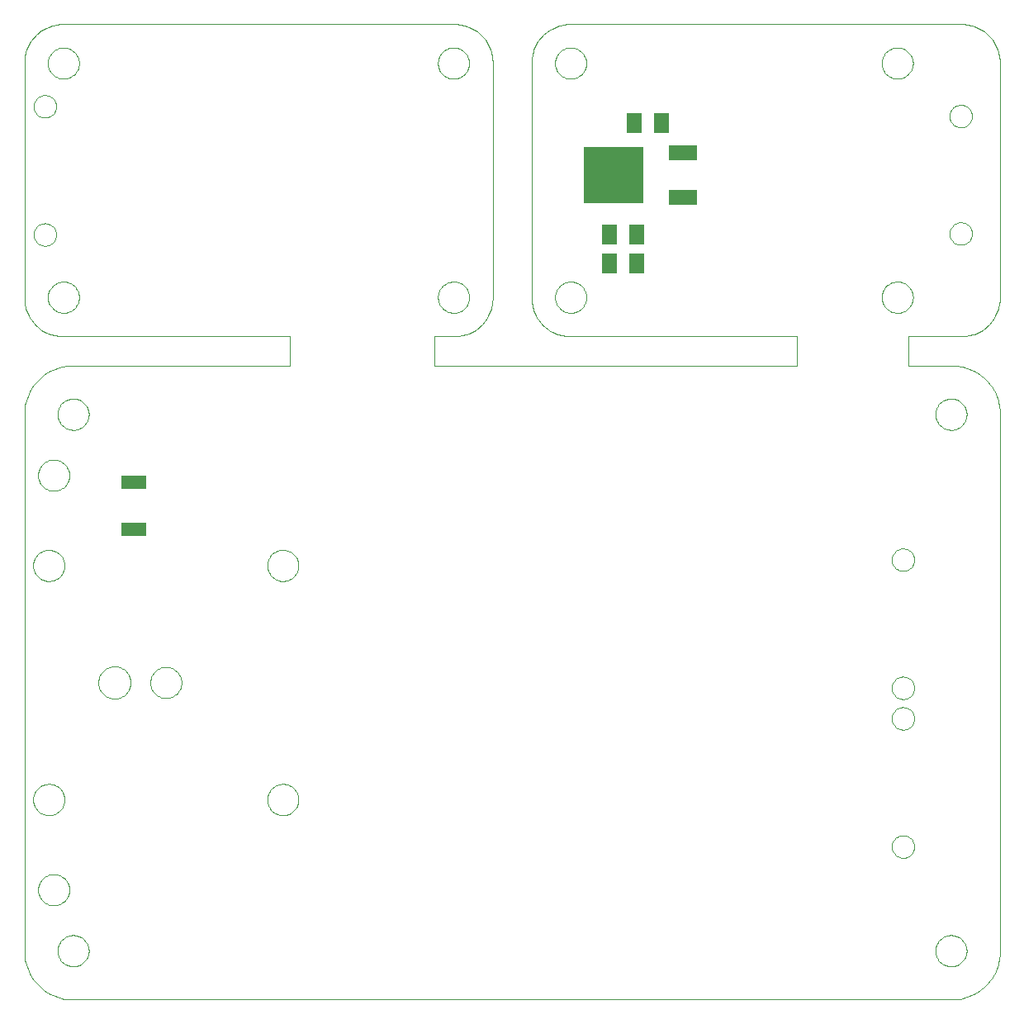
<source format=gbp>
G75*
G70*
%OFA0B0*%
%FSLAX24Y24*%
%IPPOS*%
%LPD*%
%AMOC8*
5,1,8,0,0,1.08239X$1,22.5*
%
%ADD10C,0.0004*%
%ADD11C,0.0000*%
%ADD12R,0.1024X0.0571*%
%ADD13R,0.2441X0.2283*%
%ADD14R,0.1181X0.0630*%
%ADD15R,0.0630X0.0787*%
D10*
X003610Y005453D02*
X003610Y027107D01*
X003611Y027201D01*
X003616Y027295D01*
X003625Y027389D01*
X003639Y027482D01*
X003658Y027575D01*
X003681Y027666D01*
X003709Y027756D01*
X003741Y027845D01*
X003777Y027932D01*
X003817Y028017D01*
X003862Y028100D01*
X003910Y028181D01*
X003963Y028259D01*
X004019Y028335D01*
X004079Y028407D01*
X004142Y028477D01*
X004209Y028544D01*
X004279Y028607D01*
X004351Y028667D01*
X004427Y028723D01*
X004505Y028776D01*
X004586Y028824D01*
X004669Y028869D01*
X004754Y028909D01*
X004841Y028945D01*
X004930Y028977D01*
X005020Y029005D01*
X005111Y029028D01*
X005204Y029047D01*
X005297Y029061D01*
X005391Y029070D01*
X005485Y029075D01*
X005579Y029076D01*
X005579Y029075D02*
X014319Y029075D01*
X014319Y030256D01*
X005185Y030256D01*
X005107Y030257D01*
X005030Y030261D01*
X004952Y030269D01*
X004876Y030281D01*
X004800Y030297D01*
X004724Y030317D01*
X004650Y030340D01*
X004577Y030367D01*
X004506Y030398D01*
X004436Y030433D01*
X004368Y030470D01*
X004302Y030512D01*
X004239Y030556D01*
X004177Y030604D01*
X004118Y030654D01*
X004062Y030708D01*
X004008Y030764D01*
X003958Y030823D01*
X003910Y030885D01*
X003866Y030948D01*
X003824Y031014D01*
X003787Y031082D01*
X003752Y031152D01*
X003721Y031223D01*
X003694Y031296D01*
X003671Y031370D01*
X003651Y031446D01*
X003635Y031522D01*
X003623Y031598D01*
X003615Y031676D01*
X003611Y031753D01*
X003610Y031831D01*
X003610Y041280D01*
X003611Y041358D01*
X003615Y041435D01*
X003623Y041513D01*
X003635Y041589D01*
X003651Y041665D01*
X003671Y041741D01*
X003694Y041815D01*
X003721Y041888D01*
X003752Y041959D01*
X003787Y042029D01*
X003824Y042097D01*
X003866Y042163D01*
X003910Y042226D01*
X003958Y042288D01*
X004008Y042347D01*
X004062Y042403D01*
X004118Y042457D01*
X004177Y042507D01*
X004239Y042555D01*
X004302Y042599D01*
X004368Y042641D01*
X004436Y042678D01*
X004506Y042713D01*
X004577Y042744D01*
X004650Y042771D01*
X004724Y042794D01*
X004800Y042814D01*
X004876Y042830D01*
X004952Y042842D01*
X005030Y042850D01*
X005107Y042854D01*
X005185Y042855D01*
X020933Y042855D01*
X021011Y042854D01*
X021088Y042850D01*
X021166Y042842D01*
X021242Y042830D01*
X021318Y042814D01*
X021394Y042794D01*
X021468Y042771D01*
X021541Y042744D01*
X021612Y042713D01*
X021682Y042678D01*
X021750Y042641D01*
X021816Y042599D01*
X021879Y042555D01*
X021941Y042507D01*
X022000Y042457D01*
X022056Y042403D01*
X022110Y042347D01*
X022160Y042288D01*
X022208Y042226D01*
X022252Y042163D01*
X022294Y042097D01*
X022331Y042029D01*
X022366Y041959D01*
X022397Y041888D01*
X022424Y041815D01*
X022447Y041741D01*
X022467Y041665D01*
X022483Y041589D01*
X022495Y041513D01*
X022503Y041435D01*
X022507Y041358D01*
X022508Y041280D01*
X022508Y031831D01*
X022507Y031753D01*
X022503Y031676D01*
X022495Y031598D01*
X022483Y031522D01*
X022467Y031446D01*
X022447Y031370D01*
X022424Y031296D01*
X022397Y031223D01*
X022366Y031152D01*
X022331Y031082D01*
X022294Y031014D01*
X022252Y030948D01*
X022208Y030885D01*
X022160Y030823D01*
X022110Y030764D01*
X022056Y030708D01*
X022000Y030654D01*
X021941Y030604D01*
X021879Y030556D01*
X021816Y030512D01*
X021750Y030470D01*
X021682Y030433D01*
X021612Y030398D01*
X021541Y030367D01*
X021468Y030340D01*
X021394Y030317D01*
X021318Y030297D01*
X021242Y030281D01*
X021166Y030269D01*
X021088Y030261D01*
X021011Y030257D01*
X020933Y030256D01*
X020146Y030256D01*
X020146Y029075D01*
X034791Y029075D01*
X034791Y030256D01*
X025657Y030256D01*
X025579Y030257D01*
X025502Y030261D01*
X025424Y030269D01*
X025348Y030281D01*
X025272Y030297D01*
X025196Y030317D01*
X025122Y030340D01*
X025049Y030367D01*
X024978Y030398D01*
X024908Y030433D01*
X024840Y030470D01*
X024774Y030512D01*
X024711Y030556D01*
X024649Y030604D01*
X024590Y030654D01*
X024534Y030708D01*
X024480Y030764D01*
X024430Y030823D01*
X024382Y030885D01*
X024338Y030948D01*
X024296Y031014D01*
X024259Y031082D01*
X024224Y031152D01*
X024193Y031223D01*
X024166Y031296D01*
X024143Y031370D01*
X024123Y031446D01*
X024107Y031522D01*
X024095Y031598D01*
X024087Y031676D01*
X024083Y031753D01*
X024082Y031831D01*
X024083Y031831D02*
X024083Y041280D01*
X024082Y041280D02*
X024083Y041358D01*
X024087Y041435D01*
X024095Y041513D01*
X024107Y041589D01*
X024123Y041665D01*
X024143Y041741D01*
X024166Y041815D01*
X024193Y041888D01*
X024224Y041959D01*
X024259Y042029D01*
X024296Y042097D01*
X024338Y042163D01*
X024382Y042226D01*
X024430Y042288D01*
X024480Y042347D01*
X024534Y042403D01*
X024590Y042457D01*
X024649Y042507D01*
X024711Y042555D01*
X024774Y042599D01*
X024840Y042641D01*
X024908Y042678D01*
X024978Y042713D01*
X025049Y042744D01*
X025122Y042771D01*
X025196Y042794D01*
X025272Y042814D01*
X025348Y042830D01*
X025424Y042842D01*
X025502Y042850D01*
X025579Y042854D01*
X025657Y042855D01*
X041406Y042855D01*
X041484Y042854D01*
X041561Y042850D01*
X041639Y042842D01*
X041715Y042830D01*
X041791Y042814D01*
X041867Y042794D01*
X041941Y042771D01*
X042014Y042744D01*
X042085Y042713D01*
X042155Y042678D01*
X042223Y042641D01*
X042289Y042599D01*
X042352Y042555D01*
X042414Y042507D01*
X042473Y042457D01*
X042529Y042403D01*
X042583Y042347D01*
X042633Y042288D01*
X042681Y042226D01*
X042725Y042163D01*
X042767Y042097D01*
X042804Y042029D01*
X042839Y041959D01*
X042870Y041888D01*
X042897Y041815D01*
X042920Y041741D01*
X042940Y041665D01*
X042956Y041589D01*
X042968Y041513D01*
X042976Y041435D01*
X042980Y041358D01*
X042981Y041280D01*
X042980Y041280D02*
X042980Y031831D01*
X042981Y031831D02*
X042980Y031753D01*
X042976Y031676D01*
X042968Y031598D01*
X042956Y031522D01*
X042940Y031446D01*
X042920Y031370D01*
X042897Y031296D01*
X042870Y031223D01*
X042839Y031152D01*
X042804Y031082D01*
X042767Y031014D01*
X042725Y030948D01*
X042681Y030885D01*
X042633Y030823D01*
X042583Y030764D01*
X042529Y030708D01*
X042473Y030654D01*
X042414Y030604D01*
X042352Y030556D01*
X042289Y030512D01*
X042223Y030470D01*
X042155Y030433D01*
X042085Y030398D01*
X042014Y030367D01*
X041941Y030340D01*
X041867Y030317D01*
X041791Y030297D01*
X041715Y030281D01*
X041639Y030269D01*
X041561Y030261D01*
X041484Y030257D01*
X041406Y030256D01*
X039280Y030256D01*
X039280Y029075D01*
X041012Y029075D01*
X041012Y029076D02*
X041106Y029075D01*
X041200Y029070D01*
X041294Y029061D01*
X041387Y029047D01*
X041480Y029028D01*
X041571Y029005D01*
X041661Y028977D01*
X041750Y028945D01*
X041837Y028909D01*
X041922Y028869D01*
X042005Y028824D01*
X042086Y028776D01*
X042164Y028723D01*
X042240Y028667D01*
X042312Y028607D01*
X042382Y028544D01*
X042449Y028477D01*
X042512Y028407D01*
X042572Y028335D01*
X042628Y028259D01*
X042681Y028181D01*
X042729Y028100D01*
X042774Y028017D01*
X042814Y027932D01*
X042850Y027845D01*
X042882Y027756D01*
X042910Y027666D01*
X042933Y027575D01*
X042952Y027482D01*
X042966Y027389D01*
X042975Y027295D01*
X042980Y027201D01*
X042981Y027107D01*
X042980Y027107D02*
X042980Y005453D01*
X042981Y005453D02*
X042980Y005359D01*
X042975Y005265D01*
X042966Y005171D01*
X042952Y005078D01*
X042933Y004985D01*
X042910Y004894D01*
X042882Y004804D01*
X042850Y004715D01*
X042814Y004628D01*
X042774Y004543D01*
X042729Y004460D01*
X042681Y004379D01*
X042628Y004301D01*
X042572Y004225D01*
X042512Y004153D01*
X042449Y004083D01*
X042382Y004016D01*
X042312Y003953D01*
X042240Y003893D01*
X042164Y003837D01*
X042086Y003784D01*
X042005Y003736D01*
X041922Y003691D01*
X041837Y003651D01*
X041750Y003615D01*
X041661Y003583D01*
X041571Y003555D01*
X041480Y003532D01*
X041387Y003513D01*
X041294Y003499D01*
X041200Y003490D01*
X041106Y003485D01*
X041012Y003484D01*
X041012Y003485D02*
X005579Y003485D01*
X005579Y003484D02*
X005485Y003485D01*
X005391Y003490D01*
X005297Y003499D01*
X005204Y003513D01*
X005111Y003532D01*
X005020Y003555D01*
X004930Y003583D01*
X004841Y003615D01*
X004754Y003651D01*
X004669Y003691D01*
X004586Y003736D01*
X004505Y003784D01*
X004427Y003837D01*
X004351Y003893D01*
X004279Y003953D01*
X004209Y004016D01*
X004142Y004083D01*
X004079Y004153D01*
X004019Y004225D01*
X003963Y004301D01*
X003910Y004379D01*
X003862Y004460D01*
X003817Y004543D01*
X003777Y004628D01*
X003741Y004715D01*
X003709Y004804D01*
X003681Y004894D01*
X003658Y004985D01*
X003639Y005078D01*
X003625Y005171D01*
X003616Y005265D01*
X003611Y005359D01*
X003610Y005453D01*
D11*
X004949Y005453D02*
X004951Y005503D01*
X004957Y005553D01*
X004967Y005602D01*
X004981Y005650D01*
X004998Y005697D01*
X005019Y005742D01*
X005044Y005786D01*
X005072Y005827D01*
X005104Y005866D01*
X005138Y005903D01*
X005175Y005937D01*
X005215Y005967D01*
X005257Y005994D01*
X005301Y006018D01*
X005347Y006039D01*
X005394Y006055D01*
X005442Y006068D01*
X005492Y006077D01*
X005541Y006082D01*
X005592Y006083D01*
X005642Y006080D01*
X005691Y006073D01*
X005740Y006062D01*
X005788Y006047D01*
X005834Y006029D01*
X005879Y006007D01*
X005922Y005981D01*
X005963Y005952D01*
X006002Y005920D01*
X006038Y005885D01*
X006070Y005847D01*
X006100Y005807D01*
X006127Y005764D01*
X006150Y005720D01*
X006169Y005674D01*
X006185Y005626D01*
X006197Y005577D01*
X006205Y005528D01*
X006209Y005478D01*
X006209Y005428D01*
X006205Y005378D01*
X006197Y005329D01*
X006185Y005280D01*
X006169Y005232D01*
X006150Y005186D01*
X006127Y005142D01*
X006100Y005099D01*
X006070Y005059D01*
X006038Y005021D01*
X006002Y004986D01*
X005963Y004954D01*
X005922Y004925D01*
X005879Y004899D01*
X005834Y004877D01*
X005788Y004859D01*
X005740Y004844D01*
X005691Y004833D01*
X005642Y004826D01*
X005592Y004823D01*
X005541Y004824D01*
X005492Y004829D01*
X005442Y004838D01*
X005394Y004851D01*
X005347Y004867D01*
X005301Y004888D01*
X005257Y004912D01*
X005215Y004939D01*
X005175Y004969D01*
X005138Y005003D01*
X005104Y005040D01*
X005072Y005079D01*
X005044Y005120D01*
X005019Y005164D01*
X004998Y005209D01*
X004981Y005256D01*
X004967Y005304D01*
X004957Y005353D01*
X004951Y005403D01*
X004949Y005453D01*
X004161Y007914D02*
X004163Y007964D01*
X004169Y008014D01*
X004179Y008063D01*
X004193Y008111D01*
X004210Y008158D01*
X004231Y008203D01*
X004256Y008247D01*
X004284Y008288D01*
X004316Y008327D01*
X004350Y008364D01*
X004387Y008398D01*
X004427Y008428D01*
X004469Y008455D01*
X004513Y008479D01*
X004559Y008500D01*
X004606Y008516D01*
X004654Y008529D01*
X004704Y008538D01*
X004753Y008543D01*
X004804Y008544D01*
X004854Y008541D01*
X004903Y008534D01*
X004952Y008523D01*
X005000Y008508D01*
X005046Y008490D01*
X005091Y008468D01*
X005134Y008442D01*
X005175Y008413D01*
X005214Y008381D01*
X005250Y008346D01*
X005282Y008308D01*
X005312Y008268D01*
X005339Y008225D01*
X005362Y008181D01*
X005381Y008135D01*
X005397Y008087D01*
X005409Y008038D01*
X005417Y007989D01*
X005421Y007939D01*
X005421Y007889D01*
X005417Y007839D01*
X005409Y007790D01*
X005397Y007741D01*
X005381Y007693D01*
X005362Y007647D01*
X005339Y007603D01*
X005312Y007560D01*
X005282Y007520D01*
X005250Y007482D01*
X005214Y007447D01*
X005175Y007415D01*
X005134Y007386D01*
X005091Y007360D01*
X005046Y007338D01*
X005000Y007320D01*
X004952Y007305D01*
X004903Y007294D01*
X004854Y007287D01*
X004804Y007284D01*
X004753Y007285D01*
X004704Y007290D01*
X004654Y007299D01*
X004606Y007312D01*
X004559Y007328D01*
X004513Y007349D01*
X004469Y007373D01*
X004427Y007400D01*
X004387Y007430D01*
X004350Y007464D01*
X004316Y007501D01*
X004284Y007540D01*
X004256Y007581D01*
X004231Y007625D01*
X004210Y007670D01*
X004193Y007717D01*
X004179Y007765D01*
X004169Y007814D01*
X004163Y007864D01*
X004161Y007914D01*
X003964Y011555D02*
X003966Y011605D01*
X003972Y011655D01*
X003982Y011704D01*
X003996Y011752D01*
X004013Y011799D01*
X004034Y011844D01*
X004059Y011888D01*
X004087Y011929D01*
X004119Y011968D01*
X004153Y012005D01*
X004190Y012039D01*
X004230Y012069D01*
X004272Y012096D01*
X004316Y012120D01*
X004362Y012141D01*
X004409Y012157D01*
X004457Y012170D01*
X004507Y012179D01*
X004556Y012184D01*
X004607Y012185D01*
X004657Y012182D01*
X004706Y012175D01*
X004755Y012164D01*
X004803Y012149D01*
X004849Y012131D01*
X004894Y012109D01*
X004937Y012083D01*
X004978Y012054D01*
X005017Y012022D01*
X005053Y011987D01*
X005085Y011949D01*
X005115Y011909D01*
X005142Y011866D01*
X005165Y011822D01*
X005184Y011776D01*
X005200Y011728D01*
X005212Y011679D01*
X005220Y011630D01*
X005224Y011580D01*
X005224Y011530D01*
X005220Y011480D01*
X005212Y011431D01*
X005200Y011382D01*
X005184Y011334D01*
X005165Y011288D01*
X005142Y011244D01*
X005115Y011201D01*
X005085Y011161D01*
X005053Y011123D01*
X005017Y011088D01*
X004978Y011056D01*
X004937Y011027D01*
X004894Y011001D01*
X004849Y010979D01*
X004803Y010961D01*
X004755Y010946D01*
X004706Y010935D01*
X004657Y010928D01*
X004607Y010925D01*
X004556Y010926D01*
X004507Y010931D01*
X004457Y010940D01*
X004409Y010953D01*
X004362Y010969D01*
X004316Y010990D01*
X004272Y011014D01*
X004230Y011041D01*
X004190Y011071D01*
X004153Y011105D01*
X004119Y011142D01*
X004087Y011181D01*
X004059Y011222D01*
X004034Y011266D01*
X004013Y011311D01*
X003996Y011358D01*
X003982Y011406D01*
X003972Y011455D01*
X003966Y011505D01*
X003964Y011555D01*
X006592Y016280D02*
X006594Y016330D01*
X006600Y016380D01*
X006610Y016430D01*
X006623Y016478D01*
X006640Y016526D01*
X006661Y016572D01*
X006685Y016616D01*
X006713Y016658D01*
X006744Y016698D01*
X006778Y016735D01*
X006815Y016770D01*
X006854Y016801D01*
X006895Y016830D01*
X006939Y016855D01*
X006985Y016877D01*
X007032Y016895D01*
X007080Y016909D01*
X007129Y016920D01*
X007179Y016927D01*
X007229Y016930D01*
X007280Y016929D01*
X007330Y016924D01*
X007380Y016915D01*
X007428Y016903D01*
X007476Y016886D01*
X007522Y016866D01*
X007567Y016843D01*
X007610Y016816D01*
X007650Y016786D01*
X007688Y016753D01*
X007723Y016717D01*
X007756Y016678D01*
X007785Y016637D01*
X007811Y016594D01*
X007834Y016549D01*
X007853Y016502D01*
X007868Y016454D01*
X007880Y016405D01*
X007888Y016355D01*
X007892Y016305D01*
X007892Y016255D01*
X007888Y016205D01*
X007880Y016155D01*
X007868Y016106D01*
X007853Y016058D01*
X007834Y016011D01*
X007811Y015966D01*
X007785Y015923D01*
X007756Y015882D01*
X007723Y015843D01*
X007688Y015807D01*
X007650Y015774D01*
X007610Y015744D01*
X007567Y015717D01*
X007522Y015694D01*
X007476Y015674D01*
X007428Y015657D01*
X007380Y015645D01*
X007330Y015636D01*
X007280Y015631D01*
X007229Y015630D01*
X007179Y015633D01*
X007129Y015640D01*
X007080Y015651D01*
X007032Y015665D01*
X006985Y015683D01*
X006939Y015705D01*
X006895Y015730D01*
X006854Y015759D01*
X006815Y015790D01*
X006778Y015825D01*
X006744Y015862D01*
X006713Y015902D01*
X006685Y015944D01*
X006661Y015988D01*
X006640Y016034D01*
X006623Y016082D01*
X006610Y016130D01*
X006600Y016180D01*
X006594Y016230D01*
X006592Y016280D01*
X008689Y016280D02*
X008691Y016330D01*
X008697Y016380D01*
X008707Y016429D01*
X008721Y016477D01*
X008738Y016524D01*
X008759Y016569D01*
X008784Y016613D01*
X008812Y016654D01*
X008844Y016693D01*
X008878Y016730D01*
X008915Y016764D01*
X008955Y016794D01*
X008997Y016821D01*
X009041Y016845D01*
X009087Y016866D01*
X009134Y016882D01*
X009182Y016895D01*
X009232Y016904D01*
X009281Y016909D01*
X009332Y016910D01*
X009382Y016907D01*
X009431Y016900D01*
X009480Y016889D01*
X009528Y016874D01*
X009574Y016856D01*
X009619Y016834D01*
X009662Y016808D01*
X009703Y016779D01*
X009742Y016747D01*
X009778Y016712D01*
X009810Y016674D01*
X009840Y016634D01*
X009867Y016591D01*
X009890Y016547D01*
X009909Y016501D01*
X009925Y016453D01*
X009937Y016404D01*
X009945Y016355D01*
X009949Y016305D01*
X009949Y016255D01*
X009945Y016205D01*
X009937Y016156D01*
X009925Y016107D01*
X009909Y016059D01*
X009890Y016013D01*
X009867Y015969D01*
X009840Y015926D01*
X009810Y015886D01*
X009778Y015848D01*
X009742Y015813D01*
X009703Y015781D01*
X009662Y015752D01*
X009619Y015726D01*
X009574Y015704D01*
X009528Y015686D01*
X009480Y015671D01*
X009431Y015660D01*
X009382Y015653D01*
X009332Y015650D01*
X009281Y015651D01*
X009232Y015656D01*
X009182Y015665D01*
X009134Y015678D01*
X009087Y015694D01*
X009041Y015715D01*
X008997Y015739D01*
X008955Y015766D01*
X008915Y015796D01*
X008878Y015830D01*
X008844Y015867D01*
X008812Y015906D01*
X008784Y015947D01*
X008759Y015991D01*
X008738Y016036D01*
X008721Y016083D01*
X008707Y016131D01*
X008697Y016180D01*
X008691Y016230D01*
X008689Y016280D01*
X003964Y021004D02*
X003966Y021054D01*
X003972Y021104D01*
X003982Y021153D01*
X003996Y021201D01*
X004013Y021248D01*
X004034Y021293D01*
X004059Y021337D01*
X004087Y021378D01*
X004119Y021417D01*
X004153Y021454D01*
X004190Y021488D01*
X004230Y021518D01*
X004272Y021545D01*
X004316Y021569D01*
X004362Y021590D01*
X004409Y021606D01*
X004457Y021619D01*
X004507Y021628D01*
X004556Y021633D01*
X004607Y021634D01*
X004657Y021631D01*
X004706Y021624D01*
X004755Y021613D01*
X004803Y021598D01*
X004849Y021580D01*
X004894Y021558D01*
X004937Y021532D01*
X004978Y021503D01*
X005017Y021471D01*
X005053Y021436D01*
X005085Y021398D01*
X005115Y021358D01*
X005142Y021315D01*
X005165Y021271D01*
X005184Y021225D01*
X005200Y021177D01*
X005212Y021128D01*
X005220Y021079D01*
X005224Y021029D01*
X005224Y020979D01*
X005220Y020929D01*
X005212Y020880D01*
X005200Y020831D01*
X005184Y020783D01*
X005165Y020737D01*
X005142Y020693D01*
X005115Y020650D01*
X005085Y020610D01*
X005053Y020572D01*
X005017Y020537D01*
X004978Y020505D01*
X004937Y020476D01*
X004894Y020450D01*
X004849Y020428D01*
X004803Y020410D01*
X004755Y020395D01*
X004706Y020384D01*
X004657Y020377D01*
X004607Y020374D01*
X004556Y020375D01*
X004507Y020380D01*
X004457Y020389D01*
X004409Y020402D01*
X004362Y020418D01*
X004316Y020439D01*
X004272Y020463D01*
X004230Y020490D01*
X004190Y020520D01*
X004153Y020554D01*
X004119Y020591D01*
X004087Y020630D01*
X004059Y020671D01*
X004034Y020715D01*
X004013Y020760D01*
X003996Y020807D01*
X003982Y020855D01*
X003972Y020904D01*
X003966Y020954D01*
X003964Y021004D01*
X004161Y024646D02*
X004163Y024696D01*
X004169Y024746D01*
X004179Y024795D01*
X004193Y024843D01*
X004210Y024890D01*
X004231Y024935D01*
X004256Y024979D01*
X004284Y025020D01*
X004316Y025059D01*
X004350Y025096D01*
X004387Y025130D01*
X004427Y025160D01*
X004469Y025187D01*
X004513Y025211D01*
X004559Y025232D01*
X004606Y025248D01*
X004654Y025261D01*
X004704Y025270D01*
X004753Y025275D01*
X004804Y025276D01*
X004854Y025273D01*
X004903Y025266D01*
X004952Y025255D01*
X005000Y025240D01*
X005046Y025222D01*
X005091Y025200D01*
X005134Y025174D01*
X005175Y025145D01*
X005214Y025113D01*
X005250Y025078D01*
X005282Y025040D01*
X005312Y025000D01*
X005339Y024957D01*
X005362Y024913D01*
X005381Y024867D01*
X005397Y024819D01*
X005409Y024770D01*
X005417Y024721D01*
X005421Y024671D01*
X005421Y024621D01*
X005417Y024571D01*
X005409Y024522D01*
X005397Y024473D01*
X005381Y024425D01*
X005362Y024379D01*
X005339Y024335D01*
X005312Y024292D01*
X005282Y024252D01*
X005250Y024214D01*
X005214Y024179D01*
X005175Y024147D01*
X005134Y024118D01*
X005091Y024092D01*
X005046Y024070D01*
X005000Y024052D01*
X004952Y024037D01*
X004903Y024026D01*
X004854Y024019D01*
X004804Y024016D01*
X004753Y024017D01*
X004704Y024022D01*
X004654Y024031D01*
X004606Y024044D01*
X004559Y024060D01*
X004513Y024081D01*
X004469Y024105D01*
X004427Y024132D01*
X004387Y024162D01*
X004350Y024196D01*
X004316Y024233D01*
X004284Y024272D01*
X004256Y024313D01*
X004231Y024357D01*
X004210Y024402D01*
X004193Y024449D01*
X004179Y024497D01*
X004169Y024546D01*
X004163Y024596D01*
X004161Y024646D01*
X004949Y027107D02*
X004951Y027157D01*
X004957Y027207D01*
X004967Y027256D01*
X004981Y027304D01*
X004998Y027351D01*
X005019Y027396D01*
X005044Y027440D01*
X005072Y027481D01*
X005104Y027520D01*
X005138Y027557D01*
X005175Y027591D01*
X005215Y027621D01*
X005257Y027648D01*
X005301Y027672D01*
X005347Y027693D01*
X005394Y027709D01*
X005442Y027722D01*
X005492Y027731D01*
X005541Y027736D01*
X005592Y027737D01*
X005642Y027734D01*
X005691Y027727D01*
X005740Y027716D01*
X005788Y027701D01*
X005834Y027683D01*
X005879Y027661D01*
X005922Y027635D01*
X005963Y027606D01*
X006002Y027574D01*
X006038Y027539D01*
X006070Y027501D01*
X006100Y027461D01*
X006127Y027418D01*
X006150Y027374D01*
X006169Y027328D01*
X006185Y027280D01*
X006197Y027231D01*
X006205Y027182D01*
X006209Y027132D01*
X006209Y027082D01*
X006205Y027032D01*
X006197Y026983D01*
X006185Y026934D01*
X006169Y026886D01*
X006150Y026840D01*
X006127Y026796D01*
X006100Y026753D01*
X006070Y026713D01*
X006038Y026675D01*
X006002Y026640D01*
X005963Y026608D01*
X005922Y026579D01*
X005879Y026553D01*
X005834Y026531D01*
X005788Y026513D01*
X005740Y026498D01*
X005691Y026487D01*
X005642Y026480D01*
X005592Y026477D01*
X005541Y026478D01*
X005492Y026483D01*
X005442Y026492D01*
X005394Y026505D01*
X005347Y026521D01*
X005301Y026542D01*
X005257Y026566D01*
X005215Y026593D01*
X005175Y026623D01*
X005138Y026657D01*
X005104Y026694D01*
X005072Y026733D01*
X005044Y026774D01*
X005019Y026818D01*
X004998Y026863D01*
X004981Y026910D01*
X004967Y026958D01*
X004957Y027007D01*
X004951Y027057D01*
X004949Y027107D01*
X004555Y031831D02*
X004557Y031881D01*
X004563Y031931D01*
X004573Y031980D01*
X004587Y032028D01*
X004604Y032075D01*
X004625Y032120D01*
X004650Y032164D01*
X004678Y032205D01*
X004710Y032244D01*
X004744Y032281D01*
X004781Y032315D01*
X004821Y032345D01*
X004863Y032372D01*
X004907Y032396D01*
X004953Y032417D01*
X005000Y032433D01*
X005048Y032446D01*
X005098Y032455D01*
X005147Y032460D01*
X005198Y032461D01*
X005248Y032458D01*
X005297Y032451D01*
X005346Y032440D01*
X005394Y032425D01*
X005440Y032407D01*
X005485Y032385D01*
X005528Y032359D01*
X005569Y032330D01*
X005608Y032298D01*
X005644Y032263D01*
X005676Y032225D01*
X005706Y032185D01*
X005733Y032142D01*
X005756Y032098D01*
X005775Y032052D01*
X005791Y032004D01*
X005803Y031955D01*
X005811Y031906D01*
X005815Y031856D01*
X005815Y031806D01*
X005811Y031756D01*
X005803Y031707D01*
X005791Y031658D01*
X005775Y031610D01*
X005756Y031564D01*
X005733Y031520D01*
X005706Y031477D01*
X005676Y031437D01*
X005644Y031399D01*
X005608Y031364D01*
X005569Y031332D01*
X005528Y031303D01*
X005485Y031277D01*
X005440Y031255D01*
X005394Y031237D01*
X005346Y031222D01*
X005297Y031211D01*
X005248Y031204D01*
X005198Y031201D01*
X005147Y031202D01*
X005098Y031207D01*
X005048Y031216D01*
X005000Y031229D01*
X004953Y031245D01*
X004907Y031266D01*
X004863Y031290D01*
X004821Y031317D01*
X004781Y031347D01*
X004744Y031381D01*
X004710Y031418D01*
X004678Y031457D01*
X004650Y031498D01*
X004625Y031542D01*
X004604Y031587D01*
X004587Y031634D01*
X004573Y031682D01*
X004563Y031731D01*
X004557Y031781D01*
X004555Y031831D01*
X003984Y034362D02*
X003986Y034404D01*
X003992Y034446D01*
X004002Y034488D01*
X004015Y034528D01*
X004033Y034567D01*
X004054Y034604D01*
X004078Y034638D01*
X004106Y034671D01*
X004136Y034701D01*
X004169Y034727D01*
X004204Y034751D01*
X004242Y034771D01*
X004281Y034787D01*
X004321Y034800D01*
X004363Y034809D01*
X004405Y034814D01*
X004448Y034815D01*
X004490Y034812D01*
X004532Y034805D01*
X004573Y034794D01*
X004613Y034779D01*
X004651Y034761D01*
X004688Y034739D01*
X004722Y034714D01*
X004754Y034686D01*
X004782Y034655D01*
X004808Y034621D01*
X004831Y034585D01*
X004850Y034548D01*
X004866Y034508D01*
X004878Y034467D01*
X004886Y034426D01*
X004890Y034383D01*
X004890Y034341D01*
X004886Y034298D01*
X004878Y034257D01*
X004866Y034216D01*
X004850Y034176D01*
X004831Y034139D01*
X004808Y034103D01*
X004782Y034069D01*
X004754Y034038D01*
X004722Y034010D01*
X004688Y033985D01*
X004651Y033963D01*
X004613Y033945D01*
X004573Y033930D01*
X004532Y033919D01*
X004490Y033912D01*
X004448Y033909D01*
X004405Y033910D01*
X004363Y033915D01*
X004321Y033924D01*
X004281Y033937D01*
X004242Y033953D01*
X004204Y033973D01*
X004169Y033997D01*
X004136Y034023D01*
X004106Y034053D01*
X004078Y034086D01*
X004054Y034120D01*
X004033Y034157D01*
X004015Y034196D01*
X004002Y034236D01*
X003992Y034278D01*
X003986Y034320D01*
X003984Y034362D01*
X003984Y039536D02*
X003986Y039578D01*
X003992Y039620D01*
X004002Y039662D01*
X004015Y039702D01*
X004033Y039741D01*
X004054Y039778D01*
X004078Y039812D01*
X004106Y039845D01*
X004136Y039875D01*
X004169Y039901D01*
X004204Y039925D01*
X004242Y039945D01*
X004281Y039961D01*
X004321Y039974D01*
X004363Y039983D01*
X004405Y039988D01*
X004448Y039989D01*
X004490Y039986D01*
X004532Y039979D01*
X004573Y039968D01*
X004613Y039953D01*
X004651Y039935D01*
X004688Y039913D01*
X004722Y039888D01*
X004754Y039860D01*
X004782Y039829D01*
X004808Y039795D01*
X004831Y039759D01*
X004850Y039722D01*
X004866Y039682D01*
X004878Y039641D01*
X004886Y039600D01*
X004890Y039557D01*
X004890Y039515D01*
X004886Y039472D01*
X004878Y039431D01*
X004866Y039390D01*
X004850Y039350D01*
X004831Y039313D01*
X004808Y039277D01*
X004782Y039243D01*
X004754Y039212D01*
X004722Y039184D01*
X004688Y039159D01*
X004651Y039137D01*
X004613Y039119D01*
X004573Y039104D01*
X004532Y039093D01*
X004490Y039086D01*
X004448Y039083D01*
X004405Y039084D01*
X004363Y039089D01*
X004321Y039098D01*
X004281Y039111D01*
X004242Y039127D01*
X004204Y039147D01*
X004169Y039171D01*
X004136Y039197D01*
X004106Y039227D01*
X004078Y039260D01*
X004054Y039294D01*
X004033Y039331D01*
X004015Y039370D01*
X004002Y039410D01*
X003992Y039452D01*
X003986Y039494D01*
X003984Y039536D01*
X004555Y041280D02*
X004557Y041330D01*
X004563Y041380D01*
X004573Y041429D01*
X004587Y041477D01*
X004604Y041524D01*
X004625Y041569D01*
X004650Y041613D01*
X004678Y041654D01*
X004710Y041693D01*
X004744Y041730D01*
X004781Y041764D01*
X004821Y041794D01*
X004863Y041821D01*
X004907Y041845D01*
X004953Y041866D01*
X005000Y041882D01*
X005048Y041895D01*
X005098Y041904D01*
X005147Y041909D01*
X005198Y041910D01*
X005248Y041907D01*
X005297Y041900D01*
X005346Y041889D01*
X005394Y041874D01*
X005440Y041856D01*
X005485Y041834D01*
X005528Y041808D01*
X005569Y041779D01*
X005608Y041747D01*
X005644Y041712D01*
X005676Y041674D01*
X005706Y041634D01*
X005733Y041591D01*
X005756Y041547D01*
X005775Y041501D01*
X005791Y041453D01*
X005803Y041404D01*
X005811Y041355D01*
X005815Y041305D01*
X005815Y041255D01*
X005811Y041205D01*
X005803Y041156D01*
X005791Y041107D01*
X005775Y041059D01*
X005756Y041013D01*
X005733Y040969D01*
X005706Y040926D01*
X005676Y040886D01*
X005644Y040848D01*
X005608Y040813D01*
X005569Y040781D01*
X005528Y040752D01*
X005485Y040726D01*
X005440Y040704D01*
X005394Y040686D01*
X005346Y040671D01*
X005297Y040660D01*
X005248Y040653D01*
X005198Y040650D01*
X005147Y040651D01*
X005098Y040656D01*
X005048Y040665D01*
X005000Y040678D01*
X004953Y040694D01*
X004907Y040715D01*
X004863Y040739D01*
X004821Y040766D01*
X004781Y040796D01*
X004744Y040830D01*
X004710Y040867D01*
X004678Y040906D01*
X004650Y040947D01*
X004625Y040991D01*
X004604Y041036D01*
X004587Y041083D01*
X004573Y041131D01*
X004563Y041180D01*
X004557Y041230D01*
X004555Y041280D01*
X020303Y041280D02*
X020305Y041330D01*
X020311Y041380D01*
X020321Y041429D01*
X020335Y041477D01*
X020352Y041524D01*
X020373Y041569D01*
X020398Y041613D01*
X020426Y041654D01*
X020458Y041693D01*
X020492Y041730D01*
X020529Y041764D01*
X020569Y041794D01*
X020611Y041821D01*
X020655Y041845D01*
X020701Y041866D01*
X020748Y041882D01*
X020796Y041895D01*
X020846Y041904D01*
X020895Y041909D01*
X020946Y041910D01*
X020996Y041907D01*
X021045Y041900D01*
X021094Y041889D01*
X021142Y041874D01*
X021188Y041856D01*
X021233Y041834D01*
X021276Y041808D01*
X021317Y041779D01*
X021356Y041747D01*
X021392Y041712D01*
X021424Y041674D01*
X021454Y041634D01*
X021481Y041591D01*
X021504Y041547D01*
X021523Y041501D01*
X021539Y041453D01*
X021551Y041404D01*
X021559Y041355D01*
X021563Y041305D01*
X021563Y041255D01*
X021559Y041205D01*
X021551Y041156D01*
X021539Y041107D01*
X021523Y041059D01*
X021504Y041013D01*
X021481Y040969D01*
X021454Y040926D01*
X021424Y040886D01*
X021392Y040848D01*
X021356Y040813D01*
X021317Y040781D01*
X021276Y040752D01*
X021233Y040726D01*
X021188Y040704D01*
X021142Y040686D01*
X021094Y040671D01*
X021045Y040660D01*
X020996Y040653D01*
X020946Y040650D01*
X020895Y040651D01*
X020846Y040656D01*
X020796Y040665D01*
X020748Y040678D01*
X020701Y040694D01*
X020655Y040715D01*
X020611Y040739D01*
X020569Y040766D01*
X020529Y040796D01*
X020492Y040830D01*
X020458Y040867D01*
X020426Y040906D01*
X020398Y040947D01*
X020373Y040991D01*
X020352Y041036D01*
X020335Y041083D01*
X020321Y041131D01*
X020311Y041180D01*
X020305Y041230D01*
X020303Y041280D01*
X025027Y041280D02*
X025029Y041330D01*
X025035Y041380D01*
X025045Y041429D01*
X025059Y041477D01*
X025076Y041524D01*
X025097Y041569D01*
X025122Y041613D01*
X025150Y041654D01*
X025182Y041693D01*
X025216Y041730D01*
X025253Y041764D01*
X025293Y041794D01*
X025335Y041821D01*
X025379Y041845D01*
X025425Y041866D01*
X025472Y041882D01*
X025520Y041895D01*
X025570Y041904D01*
X025619Y041909D01*
X025670Y041910D01*
X025720Y041907D01*
X025769Y041900D01*
X025818Y041889D01*
X025866Y041874D01*
X025912Y041856D01*
X025957Y041834D01*
X026000Y041808D01*
X026041Y041779D01*
X026080Y041747D01*
X026116Y041712D01*
X026148Y041674D01*
X026178Y041634D01*
X026205Y041591D01*
X026228Y041547D01*
X026247Y041501D01*
X026263Y041453D01*
X026275Y041404D01*
X026283Y041355D01*
X026287Y041305D01*
X026287Y041255D01*
X026283Y041205D01*
X026275Y041156D01*
X026263Y041107D01*
X026247Y041059D01*
X026228Y041013D01*
X026205Y040969D01*
X026178Y040926D01*
X026148Y040886D01*
X026116Y040848D01*
X026080Y040813D01*
X026041Y040781D01*
X026000Y040752D01*
X025957Y040726D01*
X025912Y040704D01*
X025866Y040686D01*
X025818Y040671D01*
X025769Y040660D01*
X025720Y040653D01*
X025670Y040650D01*
X025619Y040651D01*
X025570Y040656D01*
X025520Y040665D01*
X025472Y040678D01*
X025425Y040694D01*
X025379Y040715D01*
X025335Y040739D01*
X025293Y040766D01*
X025253Y040796D01*
X025216Y040830D01*
X025182Y040867D01*
X025150Y040906D01*
X025122Y040947D01*
X025097Y040991D01*
X025076Y041036D01*
X025059Y041083D01*
X025045Y041131D01*
X025035Y041180D01*
X025029Y041230D01*
X025027Y041280D01*
X025027Y031831D02*
X025029Y031881D01*
X025035Y031931D01*
X025045Y031980D01*
X025059Y032028D01*
X025076Y032075D01*
X025097Y032120D01*
X025122Y032164D01*
X025150Y032205D01*
X025182Y032244D01*
X025216Y032281D01*
X025253Y032315D01*
X025293Y032345D01*
X025335Y032372D01*
X025379Y032396D01*
X025425Y032417D01*
X025472Y032433D01*
X025520Y032446D01*
X025570Y032455D01*
X025619Y032460D01*
X025670Y032461D01*
X025720Y032458D01*
X025769Y032451D01*
X025818Y032440D01*
X025866Y032425D01*
X025912Y032407D01*
X025957Y032385D01*
X026000Y032359D01*
X026041Y032330D01*
X026080Y032298D01*
X026116Y032263D01*
X026148Y032225D01*
X026178Y032185D01*
X026205Y032142D01*
X026228Y032098D01*
X026247Y032052D01*
X026263Y032004D01*
X026275Y031955D01*
X026283Y031906D01*
X026287Y031856D01*
X026287Y031806D01*
X026283Y031756D01*
X026275Y031707D01*
X026263Y031658D01*
X026247Y031610D01*
X026228Y031564D01*
X026205Y031520D01*
X026178Y031477D01*
X026148Y031437D01*
X026116Y031399D01*
X026080Y031364D01*
X026041Y031332D01*
X026000Y031303D01*
X025957Y031277D01*
X025912Y031255D01*
X025866Y031237D01*
X025818Y031222D01*
X025769Y031211D01*
X025720Y031204D01*
X025670Y031201D01*
X025619Y031202D01*
X025570Y031207D01*
X025520Y031216D01*
X025472Y031229D01*
X025425Y031245D01*
X025379Y031266D01*
X025335Y031290D01*
X025293Y031317D01*
X025253Y031347D01*
X025216Y031381D01*
X025182Y031418D01*
X025150Y031457D01*
X025122Y031498D01*
X025097Y031542D01*
X025076Y031587D01*
X025059Y031634D01*
X025045Y031682D01*
X025035Y031731D01*
X025029Y031781D01*
X025027Y031831D01*
X020303Y031831D02*
X020305Y031881D01*
X020311Y031931D01*
X020321Y031980D01*
X020335Y032028D01*
X020352Y032075D01*
X020373Y032120D01*
X020398Y032164D01*
X020426Y032205D01*
X020458Y032244D01*
X020492Y032281D01*
X020529Y032315D01*
X020569Y032345D01*
X020611Y032372D01*
X020655Y032396D01*
X020701Y032417D01*
X020748Y032433D01*
X020796Y032446D01*
X020846Y032455D01*
X020895Y032460D01*
X020946Y032461D01*
X020996Y032458D01*
X021045Y032451D01*
X021094Y032440D01*
X021142Y032425D01*
X021188Y032407D01*
X021233Y032385D01*
X021276Y032359D01*
X021317Y032330D01*
X021356Y032298D01*
X021392Y032263D01*
X021424Y032225D01*
X021454Y032185D01*
X021481Y032142D01*
X021504Y032098D01*
X021523Y032052D01*
X021539Y032004D01*
X021551Y031955D01*
X021559Y031906D01*
X021563Y031856D01*
X021563Y031806D01*
X021559Y031756D01*
X021551Y031707D01*
X021539Y031658D01*
X021523Y031610D01*
X021504Y031564D01*
X021481Y031520D01*
X021454Y031477D01*
X021424Y031437D01*
X021392Y031399D01*
X021356Y031364D01*
X021317Y031332D01*
X021276Y031303D01*
X021233Y031277D01*
X021188Y031255D01*
X021142Y031237D01*
X021094Y031222D01*
X021045Y031211D01*
X020996Y031204D01*
X020946Y031201D01*
X020895Y031202D01*
X020846Y031207D01*
X020796Y031216D01*
X020748Y031229D01*
X020701Y031245D01*
X020655Y031266D01*
X020611Y031290D01*
X020569Y031317D01*
X020529Y031347D01*
X020492Y031381D01*
X020458Y031418D01*
X020426Y031457D01*
X020398Y031498D01*
X020373Y031542D01*
X020352Y031587D01*
X020335Y031634D01*
X020321Y031682D01*
X020311Y031731D01*
X020305Y031781D01*
X020303Y031831D01*
X013413Y021004D02*
X013415Y021054D01*
X013421Y021104D01*
X013431Y021153D01*
X013445Y021201D01*
X013462Y021248D01*
X013483Y021293D01*
X013508Y021337D01*
X013536Y021378D01*
X013568Y021417D01*
X013602Y021454D01*
X013639Y021488D01*
X013679Y021518D01*
X013721Y021545D01*
X013765Y021569D01*
X013811Y021590D01*
X013858Y021606D01*
X013906Y021619D01*
X013956Y021628D01*
X014005Y021633D01*
X014056Y021634D01*
X014106Y021631D01*
X014155Y021624D01*
X014204Y021613D01*
X014252Y021598D01*
X014298Y021580D01*
X014343Y021558D01*
X014386Y021532D01*
X014427Y021503D01*
X014466Y021471D01*
X014502Y021436D01*
X014534Y021398D01*
X014564Y021358D01*
X014591Y021315D01*
X014614Y021271D01*
X014633Y021225D01*
X014649Y021177D01*
X014661Y021128D01*
X014669Y021079D01*
X014673Y021029D01*
X014673Y020979D01*
X014669Y020929D01*
X014661Y020880D01*
X014649Y020831D01*
X014633Y020783D01*
X014614Y020737D01*
X014591Y020693D01*
X014564Y020650D01*
X014534Y020610D01*
X014502Y020572D01*
X014466Y020537D01*
X014427Y020505D01*
X014386Y020476D01*
X014343Y020450D01*
X014298Y020428D01*
X014252Y020410D01*
X014204Y020395D01*
X014155Y020384D01*
X014106Y020377D01*
X014056Y020374D01*
X014005Y020375D01*
X013956Y020380D01*
X013906Y020389D01*
X013858Y020402D01*
X013811Y020418D01*
X013765Y020439D01*
X013721Y020463D01*
X013679Y020490D01*
X013639Y020520D01*
X013602Y020554D01*
X013568Y020591D01*
X013536Y020630D01*
X013508Y020671D01*
X013483Y020715D01*
X013462Y020760D01*
X013445Y020807D01*
X013431Y020855D01*
X013421Y020904D01*
X013415Y020954D01*
X013413Y021004D01*
X013413Y011555D02*
X013415Y011605D01*
X013421Y011655D01*
X013431Y011704D01*
X013445Y011752D01*
X013462Y011799D01*
X013483Y011844D01*
X013508Y011888D01*
X013536Y011929D01*
X013568Y011968D01*
X013602Y012005D01*
X013639Y012039D01*
X013679Y012069D01*
X013721Y012096D01*
X013765Y012120D01*
X013811Y012141D01*
X013858Y012157D01*
X013906Y012170D01*
X013956Y012179D01*
X014005Y012184D01*
X014056Y012185D01*
X014106Y012182D01*
X014155Y012175D01*
X014204Y012164D01*
X014252Y012149D01*
X014298Y012131D01*
X014343Y012109D01*
X014386Y012083D01*
X014427Y012054D01*
X014466Y012022D01*
X014502Y011987D01*
X014534Y011949D01*
X014564Y011909D01*
X014591Y011866D01*
X014614Y011822D01*
X014633Y011776D01*
X014649Y011728D01*
X014661Y011679D01*
X014669Y011630D01*
X014673Y011580D01*
X014673Y011530D01*
X014669Y011480D01*
X014661Y011431D01*
X014649Y011382D01*
X014633Y011334D01*
X014614Y011288D01*
X014591Y011244D01*
X014564Y011201D01*
X014534Y011161D01*
X014502Y011123D01*
X014466Y011088D01*
X014427Y011056D01*
X014386Y011027D01*
X014343Y011001D01*
X014298Y010979D01*
X014252Y010961D01*
X014204Y010946D01*
X014155Y010935D01*
X014106Y010928D01*
X014056Y010925D01*
X014005Y010926D01*
X013956Y010931D01*
X013906Y010940D01*
X013858Y010953D01*
X013811Y010969D01*
X013765Y010990D01*
X013721Y011014D01*
X013679Y011041D01*
X013639Y011071D01*
X013602Y011105D01*
X013568Y011142D01*
X013536Y011181D01*
X013508Y011222D01*
X013483Y011266D01*
X013462Y011311D01*
X013445Y011358D01*
X013431Y011406D01*
X013421Y011455D01*
X013415Y011505D01*
X013413Y011555D01*
X038620Y009657D02*
X038622Y009699D01*
X038628Y009741D01*
X038638Y009783D01*
X038651Y009823D01*
X038669Y009862D01*
X038690Y009899D01*
X038714Y009933D01*
X038742Y009966D01*
X038772Y009996D01*
X038805Y010022D01*
X038840Y010046D01*
X038878Y010066D01*
X038917Y010082D01*
X038957Y010095D01*
X038999Y010104D01*
X039041Y010109D01*
X039084Y010110D01*
X039126Y010107D01*
X039168Y010100D01*
X039209Y010089D01*
X039249Y010074D01*
X039287Y010056D01*
X039324Y010034D01*
X039358Y010009D01*
X039390Y009981D01*
X039418Y009950D01*
X039444Y009916D01*
X039467Y009880D01*
X039486Y009843D01*
X039502Y009803D01*
X039514Y009762D01*
X039522Y009721D01*
X039526Y009678D01*
X039526Y009636D01*
X039522Y009593D01*
X039514Y009552D01*
X039502Y009511D01*
X039486Y009471D01*
X039467Y009434D01*
X039444Y009398D01*
X039418Y009364D01*
X039390Y009333D01*
X039358Y009305D01*
X039324Y009280D01*
X039287Y009258D01*
X039249Y009240D01*
X039209Y009225D01*
X039168Y009214D01*
X039126Y009207D01*
X039084Y009204D01*
X039041Y009205D01*
X038999Y009210D01*
X038957Y009219D01*
X038917Y009232D01*
X038878Y009248D01*
X038840Y009268D01*
X038805Y009292D01*
X038772Y009318D01*
X038742Y009348D01*
X038714Y009381D01*
X038690Y009415D01*
X038669Y009452D01*
X038651Y009491D01*
X038638Y009531D01*
X038628Y009573D01*
X038622Y009615D01*
X038620Y009657D01*
X040382Y005453D02*
X040384Y005503D01*
X040390Y005553D01*
X040400Y005602D01*
X040414Y005650D01*
X040431Y005697D01*
X040452Y005742D01*
X040477Y005786D01*
X040505Y005827D01*
X040537Y005866D01*
X040571Y005903D01*
X040608Y005937D01*
X040648Y005967D01*
X040690Y005994D01*
X040734Y006018D01*
X040780Y006039D01*
X040827Y006055D01*
X040875Y006068D01*
X040925Y006077D01*
X040974Y006082D01*
X041025Y006083D01*
X041075Y006080D01*
X041124Y006073D01*
X041173Y006062D01*
X041221Y006047D01*
X041267Y006029D01*
X041312Y006007D01*
X041355Y005981D01*
X041396Y005952D01*
X041435Y005920D01*
X041471Y005885D01*
X041503Y005847D01*
X041533Y005807D01*
X041560Y005764D01*
X041583Y005720D01*
X041602Y005674D01*
X041618Y005626D01*
X041630Y005577D01*
X041638Y005528D01*
X041642Y005478D01*
X041642Y005428D01*
X041638Y005378D01*
X041630Y005329D01*
X041618Y005280D01*
X041602Y005232D01*
X041583Y005186D01*
X041560Y005142D01*
X041533Y005099D01*
X041503Y005059D01*
X041471Y005021D01*
X041435Y004986D01*
X041396Y004954D01*
X041355Y004925D01*
X041312Y004899D01*
X041267Y004877D01*
X041221Y004859D01*
X041173Y004844D01*
X041124Y004833D01*
X041075Y004826D01*
X041025Y004823D01*
X040974Y004824D01*
X040925Y004829D01*
X040875Y004838D01*
X040827Y004851D01*
X040780Y004867D01*
X040734Y004888D01*
X040690Y004912D01*
X040648Y004939D01*
X040608Y004969D01*
X040571Y005003D01*
X040537Y005040D01*
X040505Y005079D01*
X040477Y005120D01*
X040452Y005164D01*
X040431Y005209D01*
X040414Y005256D01*
X040400Y005304D01*
X040390Y005353D01*
X040384Y005403D01*
X040382Y005453D01*
X038620Y014830D02*
X038622Y014872D01*
X038628Y014914D01*
X038638Y014956D01*
X038651Y014996D01*
X038669Y015035D01*
X038690Y015072D01*
X038714Y015106D01*
X038742Y015139D01*
X038772Y015169D01*
X038805Y015195D01*
X038840Y015219D01*
X038878Y015239D01*
X038917Y015255D01*
X038957Y015268D01*
X038999Y015277D01*
X039041Y015282D01*
X039084Y015283D01*
X039126Y015280D01*
X039168Y015273D01*
X039209Y015262D01*
X039249Y015247D01*
X039287Y015229D01*
X039324Y015207D01*
X039358Y015182D01*
X039390Y015154D01*
X039418Y015123D01*
X039444Y015089D01*
X039467Y015053D01*
X039486Y015016D01*
X039502Y014976D01*
X039514Y014935D01*
X039522Y014894D01*
X039526Y014851D01*
X039526Y014809D01*
X039522Y014766D01*
X039514Y014725D01*
X039502Y014684D01*
X039486Y014644D01*
X039467Y014607D01*
X039444Y014571D01*
X039418Y014537D01*
X039390Y014506D01*
X039358Y014478D01*
X039324Y014453D01*
X039287Y014431D01*
X039249Y014413D01*
X039209Y014398D01*
X039168Y014387D01*
X039126Y014380D01*
X039084Y014377D01*
X039041Y014378D01*
X038999Y014383D01*
X038957Y014392D01*
X038917Y014405D01*
X038878Y014421D01*
X038840Y014441D01*
X038805Y014465D01*
X038772Y014491D01*
X038742Y014521D01*
X038714Y014554D01*
X038690Y014588D01*
X038669Y014625D01*
X038651Y014664D01*
X038638Y014704D01*
X038628Y014746D01*
X038622Y014788D01*
X038620Y014830D01*
X038620Y016063D02*
X038622Y016105D01*
X038628Y016147D01*
X038638Y016189D01*
X038651Y016229D01*
X038669Y016268D01*
X038690Y016305D01*
X038714Y016339D01*
X038742Y016372D01*
X038772Y016402D01*
X038805Y016428D01*
X038840Y016452D01*
X038878Y016472D01*
X038917Y016488D01*
X038957Y016501D01*
X038999Y016510D01*
X039041Y016515D01*
X039084Y016516D01*
X039126Y016513D01*
X039168Y016506D01*
X039209Y016495D01*
X039249Y016480D01*
X039287Y016462D01*
X039324Y016440D01*
X039358Y016415D01*
X039390Y016387D01*
X039418Y016356D01*
X039444Y016322D01*
X039467Y016286D01*
X039486Y016249D01*
X039502Y016209D01*
X039514Y016168D01*
X039522Y016127D01*
X039526Y016084D01*
X039526Y016042D01*
X039522Y015999D01*
X039514Y015958D01*
X039502Y015917D01*
X039486Y015877D01*
X039467Y015840D01*
X039444Y015804D01*
X039418Y015770D01*
X039390Y015739D01*
X039358Y015711D01*
X039324Y015686D01*
X039287Y015664D01*
X039249Y015646D01*
X039209Y015631D01*
X039168Y015620D01*
X039126Y015613D01*
X039084Y015610D01*
X039041Y015611D01*
X038999Y015616D01*
X038957Y015625D01*
X038917Y015638D01*
X038878Y015654D01*
X038840Y015674D01*
X038805Y015698D01*
X038772Y015724D01*
X038742Y015754D01*
X038714Y015787D01*
X038690Y015821D01*
X038669Y015858D01*
X038651Y015897D01*
X038638Y015937D01*
X038628Y015979D01*
X038622Y016021D01*
X038620Y016063D01*
X038620Y021237D02*
X038622Y021279D01*
X038628Y021321D01*
X038638Y021363D01*
X038651Y021403D01*
X038669Y021442D01*
X038690Y021479D01*
X038714Y021513D01*
X038742Y021546D01*
X038772Y021576D01*
X038805Y021602D01*
X038840Y021626D01*
X038878Y021646D01*
X038917Y021662D01*
X038957Y021675D01*
X038999Y021684D01*
X039041Y021689D01*
X039084Y021690D01*
X039126Y021687D01*
X039168Y021680D01*
X039209Y021669D01*
X039249Y021654D01*
X039287Y021636D01*
X039324Y021614D01*
X039358Y021589D01*
X039390Y021561D01*
X039418Y021530D01*
X039444Y021496D01*
X039467Y021460D01*
X039486Y021423D01*
X039502Y021383D01*
X039514Y021342D01*
X039522Y021301D01*
X039526Y021258D01*
X039526Y021216D01*
X039522Y021173D01*
X039514Y021132D01*
X039502Y021091D01*
X039486Y021051D01*
X039467Y021014D01*
X039444Y020978D01*
X039418Y020944D01*
X039390Y020913D01*
X039358Y020885D01*
X039324Y020860D01*
X039287Y020838D01*
X039249Y020820D01*
X039209Y020805D01*
X039168Y020794D01*
X039126Y020787D01*
X039084Y020784D01*
X039041Y020785D01*
X038999Y020790D01*
X038957Y020799D01*
X038917Y020812D01*
X038878Y020828D01*
X038840Y020848D01*
X038805Y020872D01*
X038772Y020898D01*
X038742Y020928D01*
X038714Y020961D01*
X038690Y020995D01*
X038669Y021032D01*
X038651Y021071D01*
X038638Y021111D01*
X038628Y021153D01*
X038622Y021195D01*
X038620Y021237D01*
X040382Y027107D02*
X040384Y027157D01*
X040390Y027207D01*
X040400Y027256D01*
X040414Y027304D01*
X040431Y027351D01*
X040452Y027396D01*
X040477Y027440D01*
X040505Y027481D01*
X040537Y027520D01*
X040571Y027557D01*
X040608Y027591D01*
X040648Y027621D01*
X040690Y027648D01*
X040734Y027672D01*
X040780Y027693D01*
X040827Y027709D01*
X040875Y027722D01*
X040925Y027731D01*
X040974Y027736D01*
X041025Y027737D01*
X041075Y027734D01*
X041124Y027727D01*
X041173Y027716D01*
X041221Y027701D01*
X041267Y027683D01*
X041312Y027661D01*
X041355Y027635D01*
X041396Y027606D01*
X041435Y027574D01*
X041471Y027539D01*
X041503Y027501D01*
X041533Y027461D01*
X041560Y027418D01*
X041583Y027374D01*
X041602Y027328D01*
X041618Y027280D01*
X041630Y027231D01*
X041638Y027182D01*
X041642Y027132D01*
X041642Y027082D01*
X041638Y027032D01*
X041630Y026983D01*
X041618Y026934D01*
X041602Y026886D01*
X041583Y026840D01*
X041560Y026796D01*
X041533Y026753D01*
X041503Y026713D01*
X041471Y026675D01*
X041435Y026640D01*
X041396Y026608D01*
X041355Y026579D01*
X041312Y026553D01*
X041267Y026531D01*
X041221Y026513D01*
X041173Y026498D01*
X041124Y026487D01*
X041075Y026480D01*
X041025Y026477D01*
X040974Y026478D01*
X040925Y026483D01*
X040875Y026492D01*
X040827Y026505D01*
X040780Y026521D01*
X040734Y026542D01*
X040690Y026566D01*
X040648Y026593D01*
X040608Y026623D01*
X040571Y026657D01*
X040537Y026694D01*
X040505Y026733D01*
X040477Y026774D01*
X040452Y026818D01*
X040431Y026863D01*
X040414Y026910D01*
X040400Y026958D01*
X040390Y027007D01*
X040384Y027057D01*
X040382Y027107D01*
X038216Y031831D02*
X038218Y031881D01*
X038224Y031931D01*
X038234Y031980D01*
X038248Y032028D01*
X038265Y032075D01*
X038286Y032120D01*
X038311Y032164D01*
X038339Y032205D01*
X038371Y032244D01*
X038405Y032281D01*
X038442Y032315D01*
X038482Y032345D01*
X038524Y032372D01*
X038568Y032396D01*
X038614Y032417D01*
X038661Y032433D01*
X038709Y032446D01*
X038759Y032455D01*
X038808Y032460D01*
X038859Y032461D01*
X038909Y032458D01*
X038958Y032451D01*
X039007Y032440D01*
X039055Y032425D01*
X039101Y032407D01*
X039146Y032385D01*
X039189Y032359D01*
X039230Y032330D01*
X039269Y032298D01*
X039305Y032263D01*
X039337Y032225D01*
X039367Y032185D01*
X039394Y032142D01*
X039417Y032098D01*
X039436Y032052D01*
X039452Y032004D01*
X039464Y031955D01*
X039472Y031906D01*
X039476Y031856D01*
X039476Y031806D01*
X039472Y031756D01*
X039464Y031707D01*
X039452Y031658D01*
X039436Y031610D01*
X039417Y031564D01*
X039394Y031520D01*
X039367Y031477D01*
X039337Y031437D01*
X039305Y031399D01*
X039269Y031364D01*
X039230Y031332D01*
X039189Y031303D01*
X039146Y031277D01*
X039101Y031255D01*
X039055Y031237D01*
X039007Y031222D01*
X038958Y031211D01*
X038909Y031204D01*
X038859Y031201D01*
X038808Y031202D01*
X038759Y031207D01*
X038709Y031216D01*
X038661Y031229D01*
X038614Y031245D01*
X038568Y031266D01*
X038524Y031290D01*
X038482Y031317D01*
X038442Y031347D01*
X038405Y031381D01*
X038371Y031418D01*
X038339Y031457D01*
X038311Y031498D01*
X038286Y031542D01*
X038265Y031587D01*
X038248Y031634D01*
X038234Y031682D01*
X038224Y031731D01*
X038218Y031781D01*
X038216Y031831D01*
X040953Y034402D02*
X040955Y034444D01*
X040961Y034486D01*
X040971Y034528D01*
X040984Y034568D01*
X041002Y034607D01*
X041023Y034644D01*
X041047Y034678D01*
X041075Y034711D01*
X041105Y034741D01*
X041138Y034767D01*
X041173Y034791D01*
X041211Y034811D01*
X041250Y034827D01*
X041290Y034840D01*
X041332Y034849D01*
X041374Y034854D01*
X041417Y034855D01*
X041459Y034852D01*
X041501Y034845D01*
X041542Y034834D01*
X041582Y034819D01*
X041620Y034801D01*
X041657Y034779D01*
X041691Y034754D01*
X041723Y034726D01*
X041751Y034695D01*
X041777Y034661D01*
X041800Y034625D01*
X041819Y034588D01*
X041835Y034548D01*
X041847Y034507D01*
X041855Y034466D01*
X041859Y034423D01*
X041859Y034381D01*
X041855Y034338D01*
X041847Y034297D01*
X041835Y034256D01*
X041819Y034216D01*
X041800Y034179D01*
X041777Y034143D01*
X041751Y034109D01*
X041723Y034078D01*
X041691Y034050D01*
X041657Y034025D01*
X041620Y034003D01*
X041582Y033985D01*
X041542Y033970D01*
X041501Y033959D01*
X041459Y033952D01*
X041417Y033949D01*
X041374Y033950D01*
X041332Y033955D01*
X041290Y033964D01*
X041250Y033977D01*
X041211Y033993D01*
X041173Y034013D01*
X041138Y034037D01*
X041105Y034063D01*
X041075Y034093D01*
X041047Y034126D01*
X041023Y034160D01*
X041002Y034197D01*
X040984Y034236D01*
X040971Y034276D01*
X040961Y034318D01*
X040955Y034360D01*
X040953Y034402D01*
X040953Y039142D02*
X040955Y039184D01*
X040961Y039226D01*
X040971Y039268D01*
X040984Y039308D01*
X041002Y039347D01*
X041023Y039384D01*
X041047Y039418D01*
X041075Y039451D01*
X041105Y039481D01*
X041138Y039507D01*
X041173Y039531D01*
X041211Y039551D01*
X041250Y039567D01*
X041290Y039580D01*
X041332Y039589D01*
X041374Y039594D01*
X041417Y039595D01*
X041459Y039592D01*
X041501Y039585D01*
X041542Y039574D01*
X041582Y039559D01*
X041620Y039541D01*
X041657Y039519D01*
X041691Y039494D01*
X041723Y039466D01*
X041751Y039435D01*
X041777Y039401D01*
X041800Y039365D01*
X041819Y039328D01*
X041835Y039288D01*
X041847Y039247D01*
X041855Y039206D01*
X041859Y039163D01*
X041859Y039121D01*
X041855Y039078D01*
X041847Y039037D01*
X041835Y038996D01*
X041819Y038956D01*
X041800Y038919D01*
X041777Y038883D01*
X041751Y038849D01*
X041723Y038818D01*
X041691Y038790D01*
X041657Y038765D01*
X041620Y038743D01*
X041582Y038725D01*
X041542Y038710D01*
X041501Y038699D01*
X041459Y038692D01*
X041417Y038689D01*
X041374Y038690D01*
X041332Y038695D01*
X041290Y038704D01*
X041250Y038717D01*
X041211Y038733D01*
X041173Y038753D01*
X041138Y038777D01*
X041105Y038803D01*
X041075Y038833D01*
X041047Y038866D01*
X041023Y038900D01*
X041002Y038937D01*
X040984Y038976D01*
X040971Y039016D01*
X040961Y039058D01*
X040955Y039100D01*
X040953Y039142D01*
X038216Y041280D02*
X038218Y041330D01*
X038224Y041380D01*
X038234Y041429D01*
X038248Y041477D01*
X038265Y041524D01*
X038286Y041569D01*
X038311Y041613D01*
X038339Y041654D01*
X038371Y041693D01*
X038405Y041730D01*
X038442Y041764D01*
X038482Y041794D01*
X038524Y041821D01*
X038568Y041845D01*
X038614Y041866D01*
X038661Y041882D01*
X038709Y041895D01*
X038759Y041904D01*
X038808Y041909D01*
X038859Y041910D01*
X038909Y041907D01*
X038958Y041900D01*
X039007Y041889D01*
X039055Y041874D01*
X039101Y041856D01*
X039146Y041834D01*
X039189Y041808D01*
X039230Y041779D01*
X039269Y041747D01*
X039305Y041712D01*
X039337Y041674D01*
X039367Y041634D01*
X039394Y041591D01*
X039417Y041547D01*
X039436Y041501D01*
X039452Y041453D01*
X039464Y041404D01*
X039472Y041355D01*
X039476Y041305D01*
X039476Y041255D01*
X039472Y041205D01*
X039464Y041156D01*
X039452Y041107D01*
X039436Y041059D01*
X039417Y041013D01*
X039394Y040969D01*
X039367Y040926D01*
X039337Y040886D01*
X039305Y040848D01*
X039269Y040813D01*
X039230Y040781D01*
X039189Y040752D01*
X039146Y040726D01*
X039101Y040704D01*
X039055Y040686D01*
X039007Y040671D01*
X038958Y040660D01*
X038909Y040653D01*
X038859Y040650D01*
X038808Y040651D01*
X038759Y040656D01*
X038709Y040665D01*
X038661Y040678D01*
X038614Y040694D01*
X038568Y040715D01*
X038524Y040739D01*
X038482Y040766D01*
X038442Y040796D01*
X038405Y040830D01*
X038371Y040867D01*
X038339Y040906D01*
X038311Y040947D01*
X038286Y040991D01*
X038265Y041036D01*
X038248Y041083D01*
X038234Y041131D01*
X038224Y041180D01*
X038218Y041230D01*
X038216Y041280D01*
D12*
X008031Y024373D03*
X008031Y022448D03*
D13*
X027378Y036752D03*
D14*
X030205Y035855D03*
X030205Y037650D03*
D15*
X029339Y038878D03*
X028236Y038878D03*
X028335Y034370D03*
X027232Y034370D03*
X027232Y033189D03*
X028335Y033189D03*
M02*

</source>
